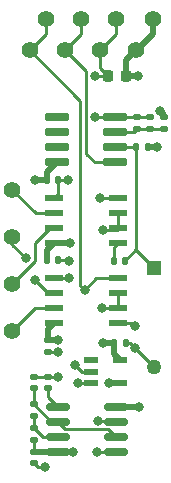
<source format=gtl>
%TF.GenerationSoftware,KiCad,Pcbnew,(6.0.7)*%
%TF.CreationDate,2023-02-07T15:13:14-05:00*%
%TF.ProjectId,DCA_USMR_Sens,4443415f-5553-44d5-925f-53656e732e6b,v1.1*%
%TF.SameCoordinates,Original*%
%TF.FileFunction,Copper,L1,Top*%
%TF.FilePolarity,Positive*%
%FSLAX46Y46*%
G04 Gerber Fmt 4.6, Leading zero omitted, Abs format (unit mm)*
G04 Created by KiCad (PCBNEW (6.0.7)) date 2023-02-07 15:13:14*
%MOMM*%
%LPD*%
G01*
G04 APERTURE LIST*
G04 Aperture macros list*
%AMRoundRect*
0 Rectangle with rounded corners*
0 $1 Rounding radius*
0 $2 $3 $4 $5 $6 $7 $8 $9 X,Y pos of 4 corners*
0 Add a 4 corners polygon primitive as box body*
4,1,4,$2,$3,$4,$5,$6,$7,$8,$9,$2,$3,0*
0 Add four circle primitives for the rounded corners*
1,1,$1+$1,$2,$3*
1,1,$1+$1,$4,$5*
1,1,$1+$1,$6,$7*
1,1,$1+$1,$8,$9*
0 Add four rect primitives between the rounded corners*
20,1,$1+$1,$2,$3,$4,$5,0*
20,1,$1+$1,$4,$5,$6,$7,0*
20,1,$1+$1,$6,$7,$8,$9,0*
20,1,$1+$1,$8,$9,$2,$3,0*%
G04 Aperture macros list end*
%TA.AperFunction,SMDPad,CuDef*%
%ADD10RoundRect,0.140000X0.140000X0.170000X-0.140000X0.170000X-0.140000X-0.170000X0.140000X-0.170000X0*%
%TD*%
%TA.AperFunction,SMDPad,CuDef*%
%ADD11RoundRect,0.042000X0.943000X0.258000X-0.943000X0.258000X-0.943000X-0.258000X0.943000X-0.258000X0*%
%TD*%
%TA.AperFunction,SMDPad,CuDef*%
%ADD12RoundRect,0.135000X0.185000X-0.135000X0.185000X0.135000X-0.185000X0.135000X-0.185000X-0.135000X0*%
%TD*%
%TA.AperFunction,ComponentPad*%
%ADD13C,1.400000*%
%TD*%
%TA.AperFunction,SMDPad,CuDef*%
%ADD14RoundRect,0.140000X0.170000X-0.140000X0.170000X0.140000X-0.170000X0.140000X-0.170000X-0.140000X0*%
%TD*%
%TA.AperFunction,SMDPad,CuDef*%
%ADD15RoundRect,0.140000X-0.140000X-0.170000X0.140000X-0.170000X0.140000X0.170000X-0.140000X0.170000X0*%
%TD*%
%TA.AperFunction,SMDPad,CuDef*%
%ADD16RoundRect,0.225000X-0.225000X-0.250000X0.225000X-0.250000X0.225000X0.250000X-0.225000X0.250000X0*%
%TD*%
%TA.AperFunction,SMDPad,CuDef*%
%ADD17RoundRect,0.135000X-0.185000X0.135000X-0.185000X-0.135000X0.185000X-0.135000X0.185000X0.135000X0*%
%TD*%
%TA.AperFunction,SMDPad,CuDef*%
%ADD18RoundRect,0.135000X0.135000X0.185000X-0.135000X0.185000X-0.135000X-0.185000X0.135000X-0.185000X0*%
%TD*%
%TA.AperFunction,SMDPad,CuDef*%
%ADD19R,1.550000X0.600000*%
%TD*%
%TA.AperFunction,SMDPad,CuDef*%
%ADD20RoundRect,0.088500X-0.516500X-0.206500X0.516500X-0.206500X0.516500X0.206500X-0.516500X0.206500X0*%
%TD*%
%TA.AperFunction,SMDPad,CuDef*%
%ADD21RoundRect,0.150000X0.825000X0.150000X-0.825000X0.150000X-0.825000X-0.150000X0.825000X-0.150000X0*%
%TD*%
%TA.AperFunction,ComponentPad*%
%ADD22C,1.268000*%
%TD*%
%TA.AperFunction,ComponentPad*%
%ADD23R,1.268000X1.268000*%
%TD*%
%TA.AperFunction,ViaPad*%
%ADD24C,0.800000*%
%TD*%
%TA.AperFunction,Conductor*%
%ADD25C,0.250000*%
%TD*%
%TA.AperFunction,Conductor*%
%ADD26C,0.500000*%
%TD*%
G04 APERTURE END LIST*
D10*
%TO.P,C2,2*%
%TO.N,+5V*%
X223785000Y-136159167D03*
%TO.P,C2,1*%
%TO.N,GND*%
X224745000Y-136159167D03*
%TD*%
D11*
%TO.P,U5,8,VCC*%
%TO.N,+5V*%
X224650000Y-127834167D03*
%TO.P,U5,7,2OUT*%
%TO.N,unconnected-(U5-Pad7)*%
X224650000Y-126564167D03*
%TO.P,U5,6,2IN-*%
%TO.N,unconnected-(U5-Pad6)*%
X224650000Y-125294167D03*
%TO.P,U5,5,2IN+*%
%TO.N,unconnected-(U5-Pad5)*%
X224650000Y-124024167D03*
%TO.P,U5,4,GND*%
%TO.N,GND*%
X229590000Y-124024167D03*
%TO.P,U5,3,1IN+*%
%TO.N,Net-(C7-Pad1)*%
X229590000Y-125294167D03*
%TO.P,U5,2,1IN-*%
%TO.N,Net-(C9-Pad2)*%
X229590000Y-126564167D03*
%TO.P,U5,1,1OUT*%
%TO.N,Net-(U5-Pad1)*%
X229590000Y-127834167D03*
%TD*%
D12*
%TO.P,R4,2*%
%TO.N,GND*%
X232555000Y-124019167D03*
%TO.P,R4,1*%
%TO.N,Net-(C7-Pad1)*%
X232555000Y-125039167D03*
%TD*%
D13*
%TO.P,H1,1,1*%
%TO.N,Net-(U2-Pad7)*%
X220880000Y-142114167D03*
%TD*%
D14*
%TO.P,C3,1*%
%TO.N,GND*%
X222725000Y-153299167D03*
%TO.P,C3,2*%
%TO.N,+5V*%
X222725000Y-152339167D03*
%TD*%
D13*
%TO.P,H2,1,1*%
%TO.N,Net-(U3-Pad7)*%
X220880000Y-138134167D03*
%TD*%
%TO.P,H7,1,1*%
%TO.N,+5V*%
X231381112Y-118351389D03*
%TD*%
D12*
%TO.P,R2,2*%
%TO.N,Net-(C5-Pad1)*%
X222715000Y-148349167D03*
%TO.P,R2,1*%
%TO.N,Net-(R1-Pad2)*%
X222715000Y-149369167D03*
%TD*%
D15*
%TO.P,C8,2*%
%TO.N,GND*%
X224745000Y-129329167D03*
%TO.P,C8,1*%
%TO.N,+5V*%
X223785000Y-129329167D03*
%TD*%
D16*
%TO.P,C10,2*%
%TO.N,+5V*%
X230535000Y-120531389D03*
%TO.P,C10,1*%
%TO.N,GND*%
X228985000Y-120531389D03*
%TD*%
D15*
%TO.P,C9,2*%
%TO.N,Net-(C9-Pad2)*%
X230410000Y-136189167D03*
%TO.P,C9,1*%
%TO.N,Net-(C9-Pad1)*%
X229450000Y-136189167D03*
%TD*%
D13*
%TO.P,H9,1,1*%
%TO.N,Net-(U2-Pad4)*%
X222342778Y-118351389D03*
%TD*%
D14*
%TO.P,C5,2*%
%TO.N,GND*%
X222720000Y-146009167D03*
%TO.P,C5,1*%
%TO.N,Net-(C5-Pad1)*%
X222720000Y-146969167D03*
%TD*%
%TO.P,C4,2*%
%TO.N,GND*%
X223930000Y-146019167D03*
%TO.P,C4,1*%
%TO.N,Net-(C4-Pad1)*%
X223930000Y-146979167D03*
%TD*%
D17*
%TO.P,R3,2*%
%TO.N,Net-(C7-Pad1)*%
X233685000Y-125049167D03*
%TO.P,R3,1*%
%TO.N,+5V*%
X233685000Y-124029167D03*
%TD*%
D13*
%TO.P,H10,1,1*%
%TO.N,Net-(U2-Pad4)*%
X223696111Y-115741389D03*
%TD*%
D18*
%TO.P,R5,2*%
%TO.N,Net-(C9-Pad2)*%
X231370000Y-126559167D03*
%TO.P,R5,1*%
%TO.N,+5V*%
X232390000Y-126559167D03*
%TD*%
D13*
%TO.P,H8,1,1*%
%TO.N,+5V*%
X232767778Y-115741389D03*
%TD*%
D19*
%TO.P,U3,8,V+*%
%TO.N,+5V*%
X224405000Y-134692917D03*
%TO.P,U3,7,X*%
%TO.N,Net-(U3-Pad7)*%
X224405000Y-133422917D03*
%TO.P,U3,6,Y*%
%TO.N,Net-(U3-Pad6)*%
X224405000Y-132152917D03*
%TO.P,U3,5,V-*%
%TO.N,GND*%
X224405000Y-130882917D03*
%TO.P,U3,4,IN*%
%TO.N,Net-(U3-Pad4)*%
X229805000Y-130882917D03*
%TO.P,U3,3,GND*%
%TO.N,GND*%
X229805000Y-132152917D03*
%TO.P,U3,2,B*%
X229805000Y-133422917D03*
%TO.P,U3,1,A*%
%TO.N,Net-(C9-Pad1)*%
X229805000Y-134692917D03*
%TD*%
D13*
%TO.P,H3,1,1*%
%TO.N,Net-(U2-Pad6)*%
X220880000Y-134154167D03*
%TD*%
D12*
%TO.P,R1,2*%
%TO.N,Net-(R1-Pad2)*%
X222715000Y-150319167D03*
%TO.P,R1,1*%
%TO.N,+5V*%
X222715000Y-151339167D03*
%TD*%
D13*
%TO.P,H11,1,1*%
%TO.N,Net-(U5-Pad1)*%
X225355556Y-118351389D03*
%TD*%
D20*
%TO.P,U4,5*%
%TO.N,+5V*%
X230025000Y-144629167D03*
%TO.P,U4,4*%
%TO.N,Net-(U3-Pad4)*%
X230025000Y-146529167D03*
%TO.P,U4,3*%
%TO.N,GND*%
X227515000Y-146529167D03*
%TO.P,U4,2*%
%TO.N,Net-(U2-Pad4)*%
X227515000Y-145579167D03*
%TO.P,U4,1*%
%TO.N,unconnected-(U4-Pad1)*%
X227515000Y-144629167D03*
%TD*%
D13*
%TO.P,H6,1,1*%
%TO.N,GND*%
X229693889Y-115741389D03*
%TD*%
D14*
%TO.P,C7,2*%
%TO.N,GND*%
X231435000Y-124039167D03*
%TO.P,C7,1*%
%TO.N,Net-(C7-Pad1)*%
X231435000Y-124999167D03*
%TD*%
D19*
%TO.P,U2,8,V+*%
%TO.N,+5V*%
X224382500Y-141489167D03*
%TO.P,U2,7,X*%
%TO.N,Net-(U2-Pad7)*%
X224382500Y-140219167D03*
%TO.P,U2,6,Y*%
%TO.N,Net-(U2-Pad6)*%
X224382500Y-138949167D03*
%TO.P,U2,5,V-*%
%TO.N,GND*%
X224382500Y-137679167D03*
%TO.P,U2,4,IN*%
%TO.N,Net-(U2-Pad4)*%
X229782500Y-137679167D03*
%TO.P,U2,3,GND*%
%TO.N,GND*%
X229782500Y-138949167D03*
%TO.P,U2,2,B*%
X229782500Y-140219167D03*
%TO.P,U2,1,A*%
%TO.N,Net-(U1-Pad3)*%
X229782500Y-141489167D03*
%TD*%
D14*
%TO.P,C1,2*%
%TO.N,+5V*%
X223920000Y-142939167D03*
%TO.P,C1,1*%
%TO.N,GND*%
X223920000Y-143899167D03*
%TD*%
D21*
%TO.P,U1,8,VCC*%
%TO.N,+5V*%
X224710000Y-152354167D03*
%TO.P,U1,7,DIS*%
%TO.N,Net-(R1-Pad2)*%
X224710000Y-151084167D03*
%TO.P,U1,6,THR*%
%TO.N,Net-(C5-Pad1)*%
X224710000Y-149814167D03*
%TO.P,U1,5,CV*%
%TO.N,Net-(C4-Pad1)*%
X224710000Y-148544167D03*
%TO.P,U1,4,R*%
%TO.N,+5V*%
X229660000Y-148544167D03*
%TO.P,U1,3,Q*%
%TO.N,Net-(U1-Pad3)*%
X229660000Y-149814167D03*
%TO.P,U1,2,TR*%
%TO.N,Net-(C5-Pad1)*%
X229660000Y-151084167D03*
%TO.P,U1,1,GND*%
%TO.N,GND*%
X229660000Y-152354167D03*
%TD*%
D22*
%TO.P,D1,2,A*%
%TO.N,GND*%
X232910000Y-145192167D03*
D23*
%TO.P,D1,1,K*%
%TO.N,Net-(C9-Pad2)*%
X232910000Y-136839167D03*
%TD*%
D13*
%TO.P,H5,1,1*%
%TO.N,GND*%
X228318334Y-118351389D03*
%TD*%
D10*
%TO.P,C6,2*%
%TO.N,+5V*%
X229500000Y-143159167D03*
%TO.P,C6,1*%
%TO.N,GND*%
X230460000Y-143159167D03*
%TD*%
D13*
%TO.P,H4,1,1*%
%TO.N,Net-(U3-Pad6)*%
X220880000Y-130174167D03*
%TD*%
%TO.P,H12,1,1*%
%TO.N,Net-(U5-Pad1)*%
X226720000Y-115741389D03*
%TD*%
D24*
%TO.N,GND*%
X225660000Y-137679167D03*
X227890000Y-120521389D03*
X228050000Y-152349167D03*
X226470000Y-146549167D03*
X231240000Y-143579167D03*
X224730000Y-146029167D03*
X225585000Y-129329167D03*
X223680000Y-153629167D03*
X228440000Y-140229167D03*
X227875000Y-124029167D03*
X225640000Y-136179167D03*
X228570000Y-133559167D03*
X224725000Y-143899167D03*
%TO.N,+5V*%
X233110000Y-126569167D03*
X233380000Y-123519167D03*
X224719655Y-142899679D03*
X225990000Y-152344167D03*
X225720000Y-134684167D03*
X228580000Y-143139167D03*
X231630000Y-148544167D03*
X231500000Y-120551389D03*
X222835000Y-129329167D03*
%TO.N,Net-(U1-Pad3)*%
X231240000Y-141729167D03*
X228130000Y-149714667D03*
%TO.N,Net-(U3-Pad4)*%
X228340000Y-130889167D03*
X229050000Y-146549167D03*
%TO.N,Net-(U2-Pad6)*%
X222017701Y-135971868D03*
X222790000Y-137804167D03*
%TO.N,Net-(U2-Pad4)*%
X226990500Y-138659167D03*
X226190000Y-145029167D03*
%TD*%
D25*
%TO.N,GND*%
X227875000Y-124029167D02*
X229585000Y-124029167D01*
X223680000Y-153629167D02*
X223055000Y-153629167D01*
X228318334Y-119864723D02*
X228985000Y-120531389D01*
X224745000Y-129329167D02*
X224745000Y-130542917D01*
X230820000Y-143159167D02*
X231240000Y-143579167D01*
X228055000Y-152354167D02*
X228050000Y-152349167D01*
X227515000Y-146529167D02*
X226490000Y-146529167D01*
X223055000Y-153629167D02*
X222725000Y-153299167D01*
X229782500Y-140219167D02*
X228450000Y-140219167D01*
X230460000Y-143159167D02*
X230820000Y-143159167D01*
X229660000Y-152354167D02*
X228055000Y-152354167D01*
X229815000Y-133554167D02*
X229815000Y-132284167D01*
X231435000Y-124039167D02*
X229605000Y-124039167D01*
X226490000Y-146529167D02*
X226470000Y-146549167D01*
X224720000Y-146019167D02*
X224730000Y-146029167D01*
X228318334Y-118351389D02*
X228318334Y-119864723D01*
X228570000Y-133559167D02*
X228575000Y-133554167D01*
X224745000Y-136159167D02*
X225620000Y-136159167D01*
X229585000Y-124029167D02*
X229590000Y-124024167D01*
X232910000Y-145192167D02*
X232853000Y-145192167D01*
X227900000Y-120531389D02*
X227890000Y-120521389D01*
X224745000Y-129329167D02*
X225585000Y-129329167D01*
X223930000Y-146019167D02*
X222730000Y-146019167D01*
X223920000Y-143899167D02*
X224725000Y-143899167D01*
X225620000Y-136159167D02*
X225640000Y-136179167D01*
X229693889Y-115741389D02*
X229693889Y-116975834D01*
X231455000Y-124019167D02*
X231435000Y-124039167D01*
X228450000Y-140219167D02*
X228440000Y-140229167D01*
X225660000Y-137679167D02*
X224382500Y-137679167D01*
X224745000Y-130542917D02*
X224405000Y-130882917D01*
X229605000Y-124039167D02*
X229590000Y-124024167D01*
X229782500Y-140179167D02*
X229782500Y-138909167D01*
X223930000Y-146019167D02*
X224720000Y-146019167D01*
X232853000Y-145192167D02*
X231240000Y-143579167D01*
X229693889Y-116975834D02*
X228318334Y-118351389D01*
X228985000Y-120531389D02*
X227900000Y-120531389D01*
X222730000Y-146019167D02*
X222720000Y-146009167D01*
X228575000Y-133554167D02*
X229815000Y-133554167D01*
X232555000Y-124019167D02*
X231455000Y-124019167D01*
D26*
%TO.N,+5V*%
X232105556Y-117626945D02*
X231381112Y-118351389D01*
X232767778Y-115741389D02*
X232767778Y-116964723D01*
X222835000Y-129329167D02*
X223785000Y-129329167D01*
X232767778Y-116964723D02*
X232105556Y-117626945D01*
D25*
X231480000Y-120531389D02*
X231500000Y-120551389D01*
D26*
X229660000Y-148544167D02*
X231350000Y-148544167D01*
D25*
X231350000Y-148544167D02*
X231370000Y-148564167D01*
X228600000Y-143159167D02*
X228580000Y-143139167D01*
X224680167Y-142939167D02*
X224719655Y-142899679D01*
D26*
X229500000Y-144104167D02*
X230025000Y-144629167D01*
X224710000Y-152354167D02*
X222740000Y-152354167D01*
D25*
X222715000Y-152329167D02*
X222725000Y-152339167D01*
X225980000Y-152354167D02*
X225990000Y-152344167D01*
D26*
X230535000Y-120531389D02*
X231480000Y-120531389D01*
X229500000Y-143159167D02*
X228600000Y-143159167D01*
X223920000Y-142939167D02*
X224680167Y-142939167D01*
X233685000Y-123824167D02*
X233685000Y-124029167D01*
X224405000Y-134692917D02*
X225711250Y-134692917D01*
X233100000Y-126559167D02*
X232390000Y-126559167D01*
X223920000Y-141951667D02*
X224382500Y-141489167D01*
X233110000Y-126569167D02*
X233100000Y-126559167D01*
X233380000Y-123519167D02*
X233685000Y-123824167D01*
D25*
X225711250Y-134692917D02*
X225720000Y-134684167D01*
X222715000Y-151339167D02*
X222715000Y-152329167D01*
D26*
X232105556Y-117626945D02*
X230535000Y-119197501D01*
X223785000Y-128699167D02*
X223785000Y-129329167D01*
D25*
X231350000Y-148544167D02*
X231630000Y-148544167D01*
D26*
X223785000Y-135312917D02*
X223785000Y-136159167D01*
X230535000Y-119197501D02*
X230535000Y-120531389D01*
X224710000Y-152354167D02*
X225980000Y-152354167D01*
X224650000Y-127834167D02*
X223785000Y-128699167D01*
X229500000Y-143159167D02*
X229500000Y-144104167D01*
X223920000Y-142939167D02*
X223920000Y-141951667D01*
D25*
X222740000Y-152354167D02*
X222725000Y-152339167D01*
D26*
X224405000Y-134692917D02*
X223785000Y-135312917D01*
D25*
%TO.N,Net-(C4-Pad1)*%
X223930000Y-146979167D02*
X223930000Y-147764167D01*
X223930000Y-147764167D02*
X224710000Y-148544167D01*
%TO.N,Net-(C5-Pad1)*%
X222715000Y-148349167D02*
X224180000Y-149814167D01*
X229660000Y-151084167D02*
X229015000Y-150439167D01*
X225335000Y-150439167D02*
X224710000Y-149814167D01*
X229015000Y-150439167D02*
X225335000Y-150439167D01*
X222720000Y-148344167D02*
X222715000Y-148349167D01*
X224180000Y-149814167D02*
X224710000Y-149814167D01*
X222720000Y-146969167D02*
X222720000Y-148344167D01*
%TO.N,Net-(C7-Pad1)*%
X232565000Y-125049167D02*
X232555000Y-125039167D01*
X231475000Y-125039167D02*
X231435000Y-124999167D01*
X231435000Y-124999167D02*
X231155000Y-125279167D01*
X231155000Y-125279167D02*
X229605000Y-125279167D01*
X229605000Y-125279167D02*
X229590000Y-125294167D01*
X232555000Y-125039167D02*
X231475000Y-125039167D01*
X233685000Y-125049167D02*
X232565000Y-125049167D01*
%TO.N,Net-(R1-Pad2)*%
X224710000Y-151084167D02*
X223480000Y-151084167D01*
X222715000Y-149369167D02*
X222715000Y-150319167D01*
X223480000Y-151084167D02*
X222715000Y-150319167D01*
%TO.N,Net-(U1-Pad3)*%
X229782500Y-141489167D02*
X231000000Y-141489167D01*
X228130000Y-149714667D02*
X229560500Y-149714667D01*
X231000000Y-141489167D02*
X231240000Y-141729167D01*
%TO.N,Net-(U3-Pad4)*%
X228340000Y-130889167D02*
X229798750Y-130889167D01*
X229070000Y-146529167D02*
X229050000Y-146549167D01*
X230025000Y-146529167D02*
X229070000Y-146529167D01*
%TO.N,Net-(C9-Pad1)*%
X229450000Y-135047917D02*
X229805000Y-134692917D01*
X229450000Y-136189167D02*
X229450000Y-135047917D01*
%TO.N,Net-(C9-Pad2)*%
X231370000Y-126559167D02*
X229595000Y-126559167D01*
X232910000Y-136839167D02*
X231370000Y-135299167D01*
X231370000Y-135299167D02*
X231370000Y-134969167D01*
X229595000Y-126559167D02*
X229590000Y-126564167D01*
X231370000Y-135229167D02*
X231370000Y-134969167D01*
X231370000Y-134969167D02*
X231370000Y-126559167D01*
X230410000Y-136189167D02*
X231370000Y-135229167D01*
%TO.N,Net-(U2-Pad7)*%
X222775000Y-140219167D02*
X224382500Y-140219167D01*
X220880000Y-142114167D02*
X222775000Y-140219167D01*
%TO.N,Net-(U3-Pad7)*%
X224041250Y-133422917D02*
X224405000Y-133422917D01*
X220880000Y-138134167D02*
X222770000Y-136244167D01*
X222770000Y-135684167D02*
X222770000Y-134694167D01*
X222770000Y-136244167D02*
X222770000Y-135684167D01*
X222770000Y-134694167D02*
X224041250Y-133422917D01*
%TO.N,Net-(U2-Pad6)*%
X220880000Y-134154167D02*
X220880000Y-134834167D01*
X220880000Y-134834167D02*
X222017701Y-135971868D01*
X222790000Y-137804167D02*
X223935000Y-138949167D01*
%TO.N,Net-(U3-Pad6)*%
X222858750Y-132152917D02*
X224405000Y-132152917D01*
X220880000Y-130174167D02*
X222858750Y-132152917D01*
%TO.N,Net-(U2-Pad4)*%
X222342778Y-118351389D02*
X226615556Y-122624167D01*
X226615556Y-122624167D02*
X226615556Y-138284223D01*
X228100500Y-137679167D02*
X227970500Y-137679167D01*
X226615556Y-138284223D02*
X226990500Y-138659167D01*
X223696111Y-115741389D02*
X223696111Y-116998056D01*
X226190000Y-145029167D02*
X226740000Y-145579167D01*
X226740000Y-145579167D02*
X227515000Y-145579167D01*
X223696111Y-116998056D02*
X222342778Y-118351389D01*
X227970500Y-137679167D02*
X226990500Y-138659167D01*
X229782500Y-137679167D02*
X228100500Y-137679167D01*
%TO.N,Net-(U5-Pad1)*%
X226720000Y-115741389D02*
X226720000Y-116986945D01*
X227150000Y-127114167D02*
X227150000Y-120145833D01*
X226720000Y-116986945D02*
X225355556Y-118351389D01*
X229590000Y-127834167D02*
X227870000Y-127834167D01*
X227870000Y-127834167D02*
X227150000Y-127114167D01*
X227150000Y-120145833D02*
X225355556Y-118351389D01*
%TD*%
M02*

</source>
